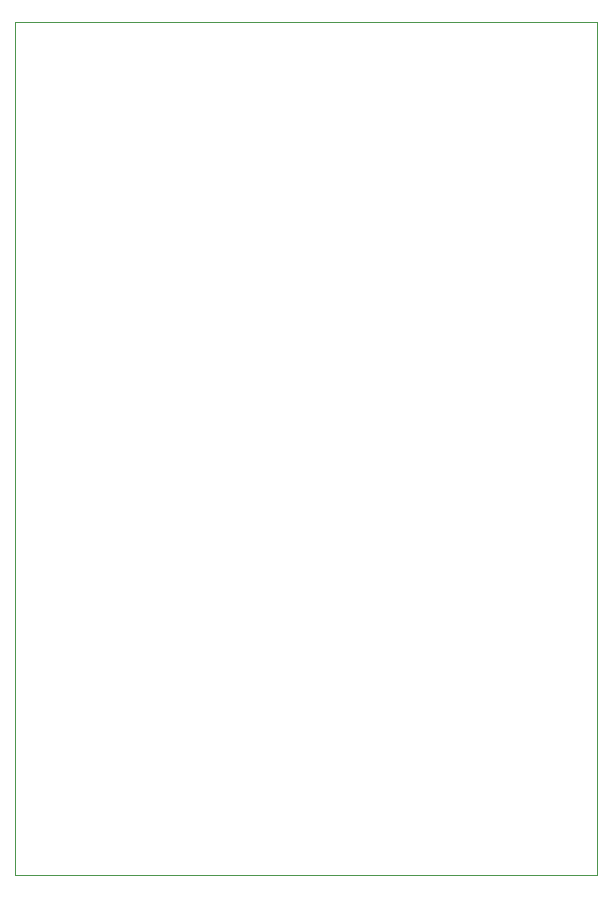
<source format=gm1>
G04 #@! TF.GenerationSoftware,KiCad,Pcbnew,(6.0.1-0)*
G04 #@! TF.CreationDate,2022-03-29T21:42:36-04:00*
G04 #@! TF.ProjectId,G76 Mini,47373620-4d69-46e6-992e-6b696361645f,rev?*
G04 #@! TF.SameCoordinates,Original*
G04 #@! TF.FileFunction,Profile,NP*
%FSLAX46Y46*%
G04 Gerber Fmt 4.6, Leading zero omitted, Abs format (unit mm)*
G04 Created by KiCad (PCBNEW (6.0.1-0)) date 2022-03-29 21:42:36*
%MOMM*%
%LPD*%
G01*
G04 APERTURE LIST*
G04 #@! TA.AperFunction,Profile*
%ADD10C,0.100000*%
G04 #@! TD*
G04 APERTURE END LIST*
D10*
X82042000Y-45847000D02*
X131318000Y-45847000D01*
X131318000Y-45847000D02*
X131318000Y-118110000D01*
X131318000Y-118110000D02*
X82042000Y-118110000D01*
X82042000Y-118110000D02*
X82042000Y-45847000D01*
M02*

</source>
